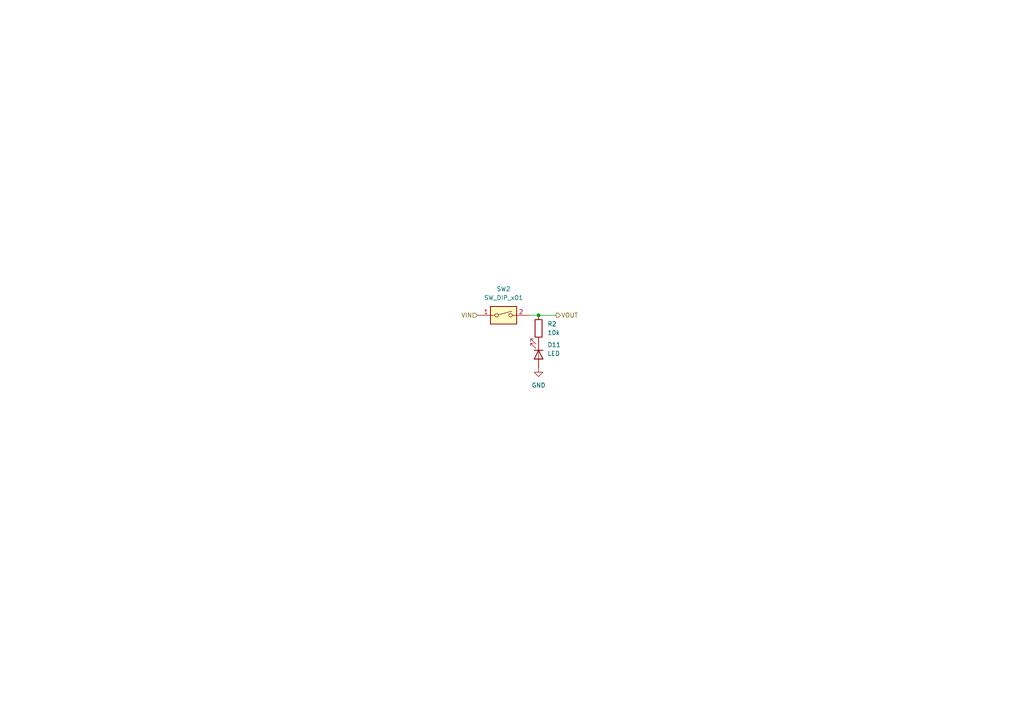
<source format=kicad_sch>
(kicad_sch (version 20211123) (generator eeschema)
  (paper "A4")
  (lib_symbols
    (symbol "Device:LED" (pin_numbers hide) (pin_names (offset 1.016) hide)
      (property "Reference" "D" (at 0 2.54 0))
      (property "Value" "LED" (at 0 -2.54 0))
      (symbol "LED_0_1"
        (polyline (pts (xy -1.27 -1.27) (xy -1.27 1.27)) (stroke (width 0.254)))
        (polyline (pts (xy -1.27 0) (xy 1.27 0)))
        (polyline (pts (xy 1.27 -1.27) (xy 1.27 1.27) (xy -1.27 0) (xy 1.27 -1.27)) (stroke (width 0.254)))
        (polyline (pts (xy -3.048 -0.762) (xy -4.572 -2.286) (xy -3.81 -2.286) (xy -4.572 -2.286) (xy -4.572 -1.524)))
        (polyline (pts (xy -1.778 -0.762) (xy -3.302 -2.286) (xy -2.54 -2.286) (xy -3.302 -2.286) (xy -3.302 -1.524)))
      )
      (symbol "LED_1_1"
        (pin passive line (at -3.81 0 0) (length 2.54) (name "K") (number "1"))
        (pin passive line (at 3.81 0 180) (length 2.54) (name "A") (number "2"))
      )
    )
    (symbol "Device:R" (pin_numbers hide) (pin_names (offset 0))
      (property "Reference" "R" (at 2.032 0 90))
      (property "Value" "R" (at 0 0 90))
      (symbol "R_0_1"
        (rectangle (start -1.016 -2.54) (end 1.016 2.54) (stroke (width 0.254)))
      )
      (symbol "R_1_1"
        (pin passive line (at 0 3.81 270) (length 1.27) (name "~") (number "1"))
        (pin passive line (at 0 -3.81 90) (length 1.27) (name "~") (number "2"))
      )
    )
    (symbol "Switch:SW_DIP_x01" (pin_names (offset 0) hide)
      (property "Reference" "SW" (at 0 3.81 0))
      (property "Value" "SW_DIP_x01" (at 0 -3.81 0))
      (symbol "SW_DIP_x01_0_0"
        (circle (center -2.032 0) (radius 0.508))
        (polyline (pts (xy -1.524 0.127) (xy 2.3622 1.1684)))
        (circle (center 2.032 0) (radius 0.508))
      )
      (symbol "SW_DIP_x01_0_1"
        (rectangle (start -3.81 2.54) (end 3.81 -2.54) (stroke (width 0.254)) (fill (type background)))
      )
      (symbol "SW_DIP_x01_1_1"
        (pin passive line (at -7.62 0 0) (length 5.08) (name "~") (number "1"))
        (pin passive line (at 7.62 0 180) (length 5.08) (name "~") (number "2"))
      )
    )
    (symbol "power:GND" (power) (pin_names (offset 0))
      (property "Value" "GND" (at 0 -3.81 0))
      (symbol "GND_0_1"
        (polyline (pts (xy 0 0) (xy 0 -1.27) (xy 1.27 -1.27) (xy 0 -2.54) (xy -1.27 -1.27) (xy 0 -1.27)))
      )
      (symbol "GND_1_1"
        (pin power_in line (at 0 0 270) (length 0) hide (name "GND") (number "1"))
      )
    )
  )
  (junction (at 156.21 91.44))
  (wire (pts (xy 153.67 91.44) (xy 156.21 91.44)))
  (wire (pts (xy 156.21 91.44) (xy 161.29 91.44)))
  (hierarchical_label "VOUT" (shape output) (at 161.29 91.44 0))
  (hierarchical_label "VIN" (shape input) (at 138.43 91.44 180))
  (symbol (lib_id "power:GND") (at 156.21 106.68 0) (unit 1)
    (property "Reference" "#PWR012" (effects hide))
    (property "Value" "GND" (at 156.21 111.76 0))
  )
  (symbol (lib_id "Device:LED") (at 156.21 102.87 270) (unit 1)
    (property "Reference" "D11" (at 158.75 100.0124 90) (effects (justify left)))
    (property "Value" "LED" (at 158.75 102.5524 90) (effects (justify left)))
  )
  (symbol (lib_id "Switch:SW_DIP_x01") (at 146.05 91.44 0) (unit 1)
    (property "Reference" "SW2" (at 146.05 83.82 0))
    (property "Value" "SW_DIP_x01" (at 146.05 86.36 0))
  )
  (symbol (lib_id "Device:R") (at 156.21 95.25 0) (unit 1)
    (property "Reference" "R2" (at 158.75 93.9799 0) (effects (justify left)))
    (property "Value" "10k" (at 158.75 96.52 0) (effects (justify left)))
  )
)
</source>
